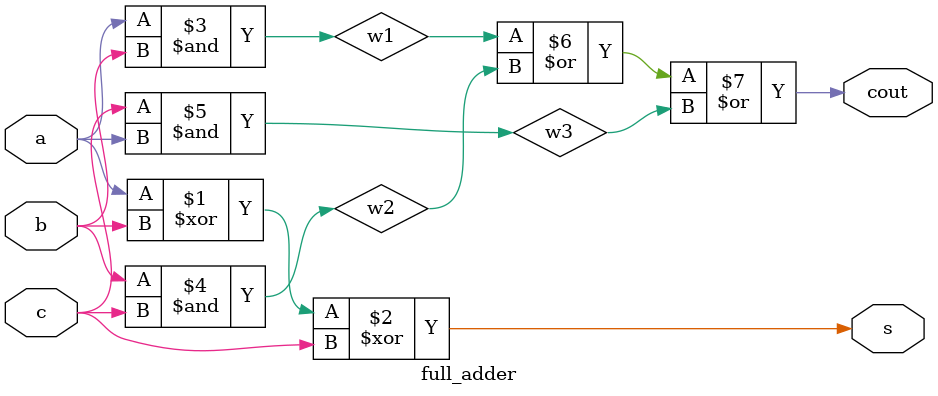
<source format=v>
module full_adder(a,b,c,s,cout);
  input a,b,c;
  output s,cout;
  wire w1,w2,w3;
  xor x1(s,a,b,c);
  and a1(w1,a,b);
  and a2(w2,b,c);
  and a3(w3,c,a);
  or o1(cout,w1,w2,w3);
endmodule
</source>
